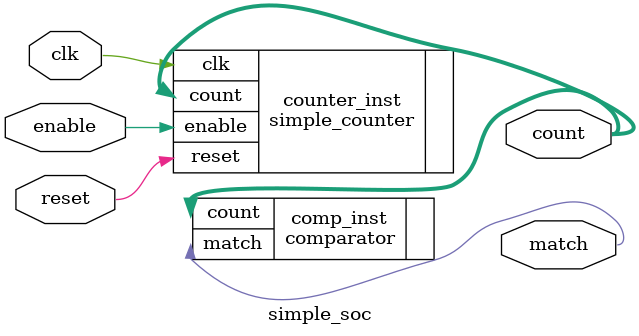
<source format=v>
module simple_soc(
    // Input
    input wire clk,         // Clock input 
    input wire reset,       // Reset input 
    input wire enable,      // Enable counting 
    output wire [3:0] count,    // Counter output 
    output wire match           // Comparator output  
);
    // Instantiate the counter
    simple_counter counter_inst(
        .clk(clk),
        .reset(reset),
        .enable(enable),
        .count(count)
    ); 

    // Instantiate the comparator
    comparator comp_inst(
        .count(count),
        .match(match)
    ); 
endmodule 

</source>
